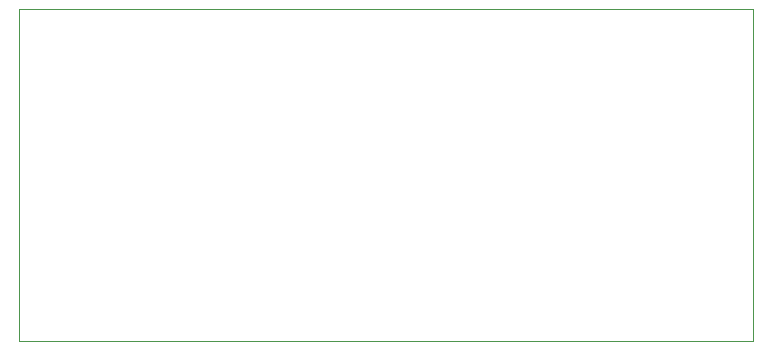
<source format=gbr>
%TF.GenerationSoftware,KiCad,Pcbnew,(6.0.0)*%
%TF.CreationDate,2022-03-06T12:05:09+01:00*%
%TF.ProjectId,ArduinoNanoISP,41726475-696e-46f4-9e61-6e6f4953502e,rev?*%
%TF.SameCoordinates,PX768d1f0PY72f7270*%
%TF.FileFunction,Profile,NP*%
%FSLAX46Y46*%
G04 Gerber Fmt 4.6, Leading zero omitted, Abs format (unit mm)*
G04 Created by KiCad (PCBNEW (6.0.0)) date 2022-03-06 12:05:09*
%MOMM*%
%LPD*%
G01*
G04 APERTURE LIST*
%TA.AperFunction,Profile*%
%ADD10C,0.100000*%
%TD*%
G04 APERTURE END LIST*
D10*
X0Y0D02*
X62125000Y0D01*
X62125000Y0D02*
X62125000Y28125000D01*
X62125000Y28125000D02*
X0Y28125000D01*
X0Y28125000D02*
X0Y0D01*
M02*

</source>
